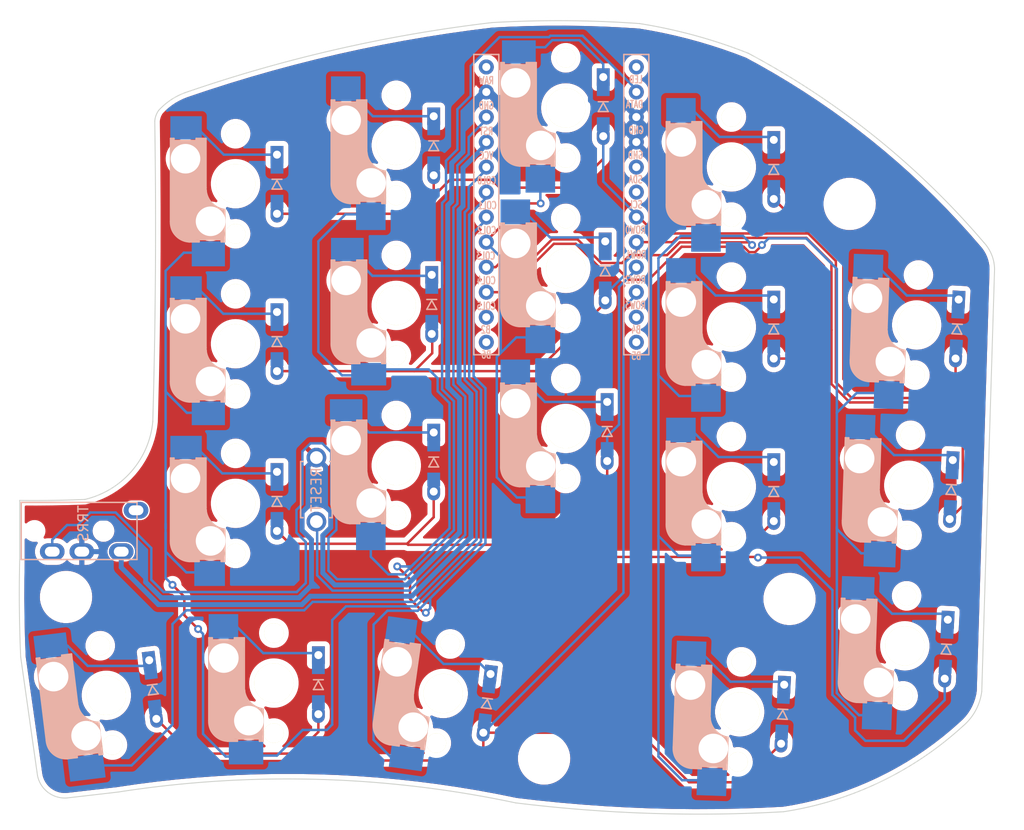
<source format=kicad_pcb>
(kicad_pcb (version 20211014) (generator pcbnew)
  (layers (0 "F.Cu" signal) (31 "B.Cu" signal) (34 "B.Paste" user) (35 "F.Paste" user) (36 "B.SilkS" user "B.Silkscreen") (37 "F.SilkS" user "F.Silkscreen") (38 "B.Mask" user) (39 "F.Mask" user) (44 "Edge.Cuts" user))
  (net 0 "")
  (net 1 "Net-(D1-Pad1)")
  (net 2 "row3")
  (net 3 "Net-(D2-Pad1)")
  (net 4 "row0")
  (net 5 "Net-(D3-Pad1)")
  (net 6 "row1")
  (net 7 "Net-(D4-Pad1)")
  (net 8 "row2")
  (net 9 "Net-(D5-Pad1)")
  (net 10 "Net-(D6-Pad1)")
  (net 11 "Net-(D7-Pad1)")
  (net 12 "Net-(D8-Pad1)")
  (net 13 "Net-(D9-Pad1)")
  (net 14 "Net-(D10-Pad1)")
  (net 15 "Net-(D11-Pad1)")
  (net 16 "Net-(D12-Pad1)")
  (net 17 "Net-(D14-Pad1)")
  (net 18 "Net-(D15-Pad1)")
  (net 19 "Net-(D16-Pad1)")
  (net 20 "Net-(D17-Pad1)")
  (net 21 "Net-(D18-Pad1)")
  (net 22 "Net-(D19-Pad1)")
  (net 23 "Net-(D13-Pad1)")
  (net 24 "VCC")
  (net 26 "data")
  (net 27 "GND")
  (net 28 "reset")
  (net 29 "col0")
  (net 30 "col1")
  (net 31 "col2")
  (net 32 "col3")
  (net 33 "col4")
  (net 34 "col5")
  (footprint "kbd:ProMicro_v2_1side" (layer "F.Cu") (at 191.7 38.078)
    (fp_text reference "U1" hide)
    (fp_text value "ProMicro" hide)
  )
  (footprint "kbd_SW:CherryMX_Hotswap_1u_Small3" (layer "F.Cu") (at 162.587199 86.140697 90)
    (fp_text reference "SW5" hide)
    (fp_text value "SW_PUSH" hide)
  )
  (footprint "kbd_SW:CherryMX_Hotswap_1u_Small3" (layer "F.Cu") (at 145.588847 87.387518 97)
    (fp_text reference "SW1" hide)
    (fp_text value "SW_PUSH" hide)
  )
  (footprint "kbd:M2_HOLE_v2" (layer "F.Cu") (at 221 37.5)
    (fp_text reference "Ref**" hide)
    (fp_text value "Val**" hide)
  )
  (footprint "kbd_SW:CherryMX_Hotswap_1u_Small3" (layer "F.Cu") (at 226.6 82.3611 88)
    (fp_text reference "SW19" hide)
    (fp_text value "SW_PUSH" hide)
  )
  (footprint "kbd_SW:CherryMX_Hotswap_1u_Small3" (layer "F.Cu") (at 208.999999 50.00318 90)
    (fp_text reference "SW14" hide)
    (fp_text value "SW_PUSH" hide)
  )
  (footprint "kbd_SW:CherryMX_Hotswap_1u_Small3" (layer "F.Cu") (at 192.2 60.3 90)
    (fp_text reference "SW12" hide)
    (fp_text value "SW_PUSH" hide)
  )
  (footprint "kbd_SW:CherryMX_Hotswap_1u_Small3" (layer "F.Cu") (at 158.699999 51.703179 90)
    (fp_text reference "SW3" hide)
    (fp_text value "SW_PUSH" hide)
  )
  (footprint "kbd_SW:CherryMX_Hotswap_1u_Small3" (layer "F.Cu") (at 179.769353 87.2 82)
    (fp_text reference "SW9" hide)
    (fp_text value "SW_PUSH" hide)
  )
  (footprint "kbd_SW:CherryMX_Hotswap_1u_Small3" (layer "F.Cu") (at 208.999999 33.753179 90)
    (fp_text reference "SW13" hide)
    (fp_text value "SW_PUSH" hide)
  )
  (footprint "kbd_SW:CherryMX_Hotswap_1u_Small3" (layer "F.Cu") (at 175 64.053179 90)
    (fp_text reference "SW8" hide)
    (fp_text value "SW_PUSH" hide)
  )
  (footprint "kbd_SW:CherryMX_Hotswap_1u_Small3" (layer "F.Cu") (at 175 47.803179 90)
    (fp_text reference "SW7" hide)
    (fp_text value "SW_PUSH" hide)
  )
  (footprint "kbd_SW:CherryMX_Hotswap_1u_Small3" (layer "F.Cu") (at 175 31.553179 90)
    (fp_text reference "SW6" hide)
    (fp_text value "SW_PUSH" hide)
  )
  (footprint "kbd_SW:CherryMX_Hotswap_1u_Small3" (layer "F.Cu") (at 158.699999 35.453179 90)
    (fp_text reference "SW2" hide)
    (fp_text value "SW_PUSH" hide)
  )
  (footprint "kbd_SW:CherryMX_Hotswap_1u_Small3" (layer "F.Cu") (at 158.699999 67.9 90)
    (fp_text reference "SW4" hide)
    (fp_text value "SW_PUSH" hide)
  )
  (footprint "kbd:M2_HOLE_v2" (layer "F.Cu") (at 141.5 77.4)
    (fp_text reference "Ref**" hide)
    (fp_text value "Val**" hide)
  )
  (footprint "kbd:M2_HOLE_v2" (layer "F.Cu") (at 214.9 77.6)
    (fp_text reference "Ref**" hide)
    (fp_text value "Val**" hide)
  )
  (footprint "kbd_SW:CherryMX_Hotswap_1u_Small3" (layer "F.Cu") (at 209.841609 89.0611 88)
    (fp_text reference "SW16" hide)
    (fp_text value "SW_PUSH" hide)
  )
  (footprint "kbd_SW:CherryMX_Hotswap_1u_Small3" (layer "F.Cu") (at 208.999999 66.2 90)
    (fp_text reference "SW15" hide)
    (fp_text value "SW_PUSH" hide)
  )
  (footprint "kbd_SW:CherryMX_Hotswap_1u_Small3" (layer "F.Cu") (at 192.2 27.753179 90)
    (fp_text reference "SW10" hide)
    (fp_text value "SW_PUSH" hide)
  )
  (footprint "kbd:M2_HOLE_v2" (layer "F.Cu") (at 190 93.8)
    (fp_text reference "Ref**" hide)
    (fp_text value "Val**" hide)
  )
  (footprint "kbd_SW:CherryMX_Hotswap_1u_Small3" (layer "F.Cu") (at 192.2 44.05 90)
    (fp_text reference "SW11" hide)
    (fp_text value "SW_PUSH" hide)
  )
  (footprint "kbd_SW:CherryMX_Hotswap_1u_Small3" (layer "F.Cu") (at 227.8 49.791443 88)
    (fp_text reference "SW17" hide)
    (fp_text value "SW_PUSH" hide)
  )
  (footprint "kbd_SW:CherryMX_Hotswap_1u_Small3" (layer "F.Cu") (at 227 66.0611 88)
    (fp_text reference "SW18" hide)
    (fp_text value "SW_PUSH" hide)
  )
  (footprint "kbd:D3_TH_SMD_v2" (layer "B.Cu") (at 167.1 86.3 -90)
    (fp_text reference "D5" hide)
    (fp_text value "DIODE" hide)
  )
  (footprint "kbd:D3_TH_SMD_v2" (layer "B.Cu") (at 162.9 51.475 -90)
    (fp_text reference "D3" hide)
    (fp_text value "DIODE" hide)
  )
  (footprint "kbd:D3_TH_SMD_v2" (layer "B.Cu") (at 213.3 50.2 -90)
    (fp_text reference "D14" hide)
    (fp_text value "DIODE" hide)
  )
  (footprint "kbd:D3_TH_SMD_v2" (layer "B.Cu") (at 184.2 88.2 -97)
    (fp_text reference "D9" hide)
    (fp_text value "DIODE" hide)
  )
  (footprint "kbd:D3_TH_SMD_v2" (layer "B.Cu") (at 150.3 86.8 -83)
    (fp_text reference "D1" hide)
    (fp_text value "DIODE" hide)
  )
  (footprint "kbd:D3_TH_SMD_v2" (layer "B.Cu") (at 213.3 66.7 -90)
    (fp_text reference "D15" hide)
    (fp_text value "DIODE" hide)
  )
  (footprint "kbd:D3_TH_SMD_v2" (layer "B.Cu") (at 231.9 50.2 -93)
    (fp_text reference "D17" hide)
    (fp_text value "DIODE" hide)
  )
  (footprint "kbd:D3_TH_SMD_v2" (layer "B.Cu") (at 231.3 66.5 -93)
    (fp_text reference "D18" hide)
    (fp_text value "DIODE" hide)
  )
  (footprint "kbd:D3_TH_SMD_v2" (layer "B.Cu") (at 162.9 67.7 -90)
    (fp_text reference "D4" hide)
    (fp_text value "DIODE" hide)
  )
  (footprint "kbd:ResetSW_1side" (layer "B.Cu") (at 166.9 66.5 -90)
    (fp_text reference "SW20" hide)
    (fp_text value "RESET_SW")
  )
  (footprint "kbd:D3_TH_SMD_v2" (layer "B.Cu") (at 214.2 89.3 -93)
    (fp_text reference "D16" hide)
    (fp_text value "DIODE" hide)
  )
  (footprint "kbd:D3_TH_SMD_v2" (layer "B.Cu") (at 178.6 47.7 -90)
    (fp_text reference "D7" hide)
    (fp_text value "DIODE" hide)
  )
  (footprint "kbd:D3_TH_SMD_v2" (layer "B.Cu") (at 196 27.625 -90)
    (fp_text reference "D10" hide)
    (fp_text value "DIODE" hide)
  )
  (footprint "kbd:D3_TH_SMD_v2" (layer "B.Cu") (at 196.4 60.6 -90)
    (fp_text reference "D12" hide)
    (fp_text value "DIODE" hide)
  )
  (footprint "kbd:D3_TH_SMD_v2" (layer "B.Cu") (at 230.8 82.7 -93)
    (fp_text reference "D19" hide)
    (fp_text value "DIODE" hide)
  )
  (footprint "kbd:D3_TH_SMD_v2" (layer "B.Cu") (at 178.8 31.6 -90)
    (fp_text reference "D6" hide)
    (fp_text value "DIODE" hide)
  )
  (footprint "kbd:MJ-4PP-9_1side" (layer "B.Cu") (at 136.8 70.7 -90)
    (fp_text reference "J1")
    (fp_text value "TRRS_MJ-4PP-9" hide)
  )
  (footprint "kbd:D3_TH_SMD_v2" (layer "B.Cu") (at 213.3 34 -90)
    (fp_text reference "D13" hide)
    (fp_text value "DIODE" hide)
  )
  (footprint "kbd:D3_TH_SMD_v2" (layer "B.Cu") (at 162.9 35.5 -90)
    (fp_text reference "D2" hide)
    (fp_text value "DIODE" hide)
  )
  (footprint "kbd:D3_TH_SMD_v2" (layer "B.Cu") (at 196.2 44.3 -90)
    (fp_text reference "D11" hide)
    (fp_text value "DIODE" hide)
  )
  (footprint "kbd:D3_TH_SMD_v2" (layer "B.Cu") (at 178.8 63.7 -90)
    (fp_text reference "D8" hide)
    (fp_text value "DIODE" hide)
  )
  (gr_arc (start 150.9 28) (mid 152.141622 26.937433) (end 153.6 26.2) (layer "Edge.Cuts") (width 0.1))
  (gr_arc (start 199.7 19.194711) (mid 205.282107 20.396826) (end 210.7 22.2) (layer "Edge.Cuts") (width 0.1))
  (gr_line (start 136.8 67.6) (end 136.8 73.6) (layer "Edge.Cuts") (width 0.1))
  (gr_arc (start 150.5 29.1) (mid 150.625726 28.522991) (end 150.9 28) (layer "Edge.Cuts") (width 0.1))
  (gr_arc (start 214.3 99.2) (mid 200.679748 99.362058) (end 187.1 98.3) (layer "Edge.Cuts") (width 0.1))
  (gr_arc (start 143.4 67.5) (mid 140.100689 67.595453) (end 136.8 67.6) (layer "Edge.Cuts") (width 0.1))
  (gr_arc (start 150.5 29.1) (mid 150.568314 44.351104) (end 150.3 59.6) (layer "Edge.Cuts") (width 0.1))
  (gr_arc (start 232.5 90.5) (mid 224.046976 96.203445) (end 214.3 99.2) (layer "Edge.Cuts") (width 0.1))
  (gr_arc (start 150.3 59.6) (mid 148.124904 64.663524) (end 143.4 67.5) (layer "Edge.Cuts") (width 0.1))
  (gr_arc (start 234.6 41.4) (mid 235.399521 42.648339) (end 235.7 44.1) (layer "Edge.Cuts") (width 0.1))
  (gr_line (start 136.9 83.5) (end 138.6 95.5) (layer "Edge.Cuts") (width 0.1))
  (gr_arc (start 136.9 83.5) (mid 136.76493 78.550859) (end 136.8 73.6) (layer "Edge.Cuts") (width 0.1))
  (gr_arc (start 141.6 97.8) (mid 139.659077 97.225117) (end 138.6 95.5) (layer "Edge.Cuts") (width 0.1))
  (gr_line (start 234.4 87) (end 235.7 44.1) (layer "Edge.Cuts") (width 0.1))
  (gr_arc (start 234.4 87) (mid 233.776976 88.927501) (end 232.5 90.5) (layer "Edge.Cuts") (width 0.1))
  (gr_arc (start 184.7 19.094711) (mid 192.201631 18.9) (end 199.7 19.194711) (layer "Edge.Cuts") (width 0.1))
  (gr_arc (start 210.7 22.2) (mid 223.554878 30.673616) (end 234.6 41.4) (layer "Edge.Cuts") (width 0.1))
  (gr_line (start 141.6 97.8) (end 146.8 97.2) (layer "Edge.Cuts") (width 0.1))
  (gr_arc (start 146.8 97.2) (mid 167.000138 95.913118) (end 187.1 98.3) (layer "Edge.Cuts") (width 0.1))
  (gr_arc (start 153.6 26.2) (mid 168.958287 21.808222) (end 184.7 19.094711) (layer "Edge.Cuts") (width 0.1))
  (segment (start 139.812355 82.353976) (end 141.653976 82.353976) (width 0.25) (layer "B.Cu") (net 1))
  (segment (start 149.356754 84.4) (end 149.934392 83.822362) (width 0.25) (layer "B.Cu") (net 1))
  (segment (start 141.653976 82.353976) (end 143.7 84.4) (width 0.25) (layer "B.Cu") (net 1))
  (segment (start 143.7 84.4) (end 149.356754 84.4) (width 0.25) (layer "B.Cu") (net 1))
  (segment (start 164.9 93.3) (end 167.1 91.1) (width 0.25) (layer "F.Cu") (net 2))
  (segment (start 183.834392 92.665608) (end 182.5 94) (width 0.25) (layer "F.Cu") (net 2))
  (segment (start 150.665608 89.777638) (end 154.18797 93.3) (width 0.25) (layer "F.Cu") (net 2))
  (segment (start 204.708436 96.208436) (end 199.677638 91.177638) (width 0.25) (layer "F.Cu") (net 2))
  (segment (start 167.1 91.1) (end 167.1 89.3) (width 0.25) (layer "F.Cu") (net 2))
  (segment (start 182.5 94) (end 165.6 94) (width 0.25) (layer "F.Cu") (net 2))
  (segment (start 210.130445 96.208436) (end 204.708436 96.208436) (width 0.25) (layer "F.Cu") (net 2))
  (segment (start 199.677638 91.177638) (end 183.834392 91.177638) (width 0.25) (layer "F.Cu") (net 2))
  (segment (start 165.6 94) (end 164.9 93.3) (width 0.25) (layer "F.Cu") (net 2))
  (segment (start 154.18797 93.3) (end 164.9 93.3) (width 0.25) (layer "F.Cu") (net 2))
  (segment (start 183.834392 91.177638) (end 183.834392 92.665608) (width 0.25) (layer "F.Cu") (net 2))
  (segment (start 214.042992 92.295889) (end 210.130445 96.208436) (width 0.25) (layer "F.Cu") (net 2))
  (segment (start 199.6114 46.46) (end 198.05 48.0214) (width 0.25) (layer "B.Cu") (net 2))
  (segment (start 198.05 76.96203) (end 183.834392 91.177638) (width 0.25) (layer "B.Cu") (net 2))
  (segment (start 198.05 48.0214) (end 198.05 76.96203) (width 0.25) (layer "B.Cu") (net 2))
  (segment (start 154.753179 29.753179) (end 153.579999 29.753179) (width 0.25) (layer "B.Cu") (net 3))
  (segment (start 162.9 32.5) (end 157.5 32.5) (width 0.25) (layer "B.Cu") (net 3))
  (segment (start 157.5 32.5) (end 154.753179 29.753179) (width 0.25) (layer "B.Cu") (net 3))
  (segment (start 219.6 43.3) (end 216.8 40.5) (width 0.25) (layer "F.Cu") (net 4))
  (segment (start 216.8 40.5) (end 213.3 37) (width 0.25) (layer "F.Cu") (net 4))
  (segment (start 231.742992 53.195889) (end 231.742992 55.457008) (width 0.25) (layer "F.Cu") (net 4))
  (segment (start 193.072268 35.85) (end 185.5 35.85) (width 0.25) (layer "F.Cu") (net 4))
  (segment (start 196 30.625) (end 196 32.922268) (width 0.25) (layer "F.Cu") (net 4))
  (segment (start 180.45 35.05) (end 177.9 37.6) (width 0.25) (layer "F.Cu") (net 4))
  (segment (start 185.5 35.85) (end 184.7 35.05) (width 0.25) (layer "F.Cu") (net 4))
  (segment (start 199.6114 38.84) (end 201.2714 40.5) (width 0.25) (layer "F.Cu") (net 4))
  (segment (start 230 57.2) (end 221.2 57.2) (width 0.25) (layer "F.Cu") (net 4))
  (segment (start 184.7 35.05) (end 180.45 35.05) (width 0.25) (layer "F.Cu") (net 4))
  (segment (start 177.9 37.6) (end 178.8 36.7) (width 0.25) (layer "F.Cu") (net 4))
  (segment (start 178.8 36.7) (end 178.8 34.6) (width 0.25) (layer "F.Cu") (net 4))
  (segment (start 162.9 38.5) (end 177 38.5) (width 0.25) (layer "F.Cu") (net 4))
  (segment (start 219.6 55.6) (end 219.6 43.3) (width 0.25) (layer "F.Cu") (net 4))
  (segment (start 231.742992 55.457008) (end 230 57.2) (width 0.25) (layer "F.Cu") (net 4))
  (segment (start 177 38.5) (end 177.9 37.6) (width 0.25) (layer "F.Cu") (net 4))
  (segment (start 221.2 57.2) (end 219.6 55.6) (width 0.25) (layer "F.Cu") (net 4))
  (segment (start 196 32.922268) (end 193.072268 35.85) (width 0.25) (layer "F.Cu") (net 4))
  (segment (start 201.2714 40.5) (end 216.8 40.5) (width 0.25) (layer "F.Cu") (net 4))
  (segment (start 196 35.2286) (end 199.6114 38.84) (width 0.25) (layer "B.Cu") (net 4))
  (segment (start 196 30.625) (end 196 35.2286) (width 0.25) (layer "B.Cu") (net 4))
  (segment (start 162.9 37.275) (end 162.9 38.5) (width 0.25) (layer "B.Cu") (net 4))
  (segment (start 162.9 48.475) (end 162.725 48.65) (width 0.25) (layer "B.Cu") (net 5))
  (segment (start 157.45 48.65) (end 154.803179 46.003179) (width 0.25) (layer "B.Cu") (net 5))
  (segment (start 162.725 48.65) (end 157.45 48.65) (width 0.25) (layer "B.Cu") (net 5))
  (segment (start 154.803179 46.003179) (end 153.579999 46.003179) (width 0.25) (layer "B.Cu") (net 5))
  (segment (start 196.2 47.539) (end 189.264 54.475) (width 0.25) (layer "F.Cu") (net 6))
  (segment (start 213.3 53.2) (end 216.25 53.2) (width 0.25) (layer "F.Cu") (net 6))
  (segment (start 219.15 43.486396) (end 216.613604 40.95) (width 0.25) (layer "F.Cu") (net 6))
  (segment (start 221.013604 57.65) (end 219.15 55.786396) (width 0.25) (layer "F.Cu") (net 6))
  (segment (start 189.264 54.475) (end 176.825 54.475) (width 0.25) (layer "F.Cu") (net 6))
  (segment (start 196.2 47.3) (end 196.2 47.539) (width 0.25) (layer "F.Cu") (net 6))
  (segment (start 232.477644 61.477644) (end 228.65 57.65) (width 0.25) (layer "F.Cu") (net 6))
  (segment (start 178.65 52.65) (end 178.65 50.85) (width 0.25) (layer "F.Cu") (net 6))
  (segment (start 203.02 41.38) (end 199.6114 41.38) (width 0.25) (layer "F.Cu") (net 6))
  (segment (start 203.45 40.95) (end 203.02 41.38) (width 0.25) (layer "F.Cu") (net 6))
  (segment (start 231.142992 69.495889) (end 232.477644 68.161237) (width 0.25) (layer "F.Cu") (net 6))
  (segment (start 176.825 54.475) (end 178.65 52.65) (width 0.25) (layer "F.Cu") (net 6))
  (segment (start 228.65 57.65) (end 221.013604 57.65) (width 0.25) (layer "F.Cu") (net 6))
  (segment (start 232.477644 68.161237) (end 232.477644 61.477644) (width 0.25) (layer "F.Cu") (net 6))
  (segment (start 162.9 54.475) (end 176.825 54.475) (width 0.25) (layer "F.Cu") (net 6))
  (segment (start 178.65 50.85) (end 178.8 50.7) (width 0.25) (layer "F.Cu") (net 6))
  (segment (start 216.613604 40.95) (end 203.45 40.95) (width 0.25) (layer "F.Cu") (net 6))
  (segment (start 216.25 53.2) (end 219.15 50.3) (width 0.25) (layer "F.Cu") (net 6))
  (segment (start 219.15 50.3) (end 219.15 43.486396) (width 0.25) (layer "F.Cu") (net 6))
  (segment (start 219.15 55.786396) (end 219.15 50.3) (width 0.25) (layer "F.Cu") (net 6))
  (segment (start 199.6114 42.0386) (end 198.25 43.4) (width 0.25) (layer "B.Cu") (net 6))
  (segment (start 199.6114 41.38) (end 199.6114 42.0386) (width 0.25) (layer "B.Cu") (net 6))
  (segment (start 198.25 44.645004) (end 196.2 46.695004) (width 0.25) (layer "B.Cu") (net 6))
  (segment (start 196.2 46.695004) (end 196.2 47.3) (width 0.25) (layer "B.Cu") (net 6))
  (segment (start 198.25 43.4) (end 198.25 44.645004) (width 0.25) (layer "B.Cu") (net 6))
  (segment (start 154.7 62.2) (end 153.579999 62.2) (width 0.25) (layer "B.Cu") (net 7))
  (segment (start 162.75 64.85) (end 157.35 64.85) (width 0.25) (layer "B.Cu") (net 7))
  (segment (start 157.35 64.85) (end 154.7 62.2) (width 0.25) (layer "B.Cu") (net 7))
  (segment (start 162.9 64.7) (end 162.75 64.85) (width 0.25) (layer "B.Cu") (net 7))
  (segment (start 211.636982 73.336982) (end 211.7 73.4) (width 0.25) (layer "F.Cu") (net 8))
  (segment (start 209.9 73.1) (end 209.8 73.2) (width 0.25) (layer "F.Cu") (net 8))
  (segment (start 162.9 70.7) (end 164.2 72) (width 0.25) (layer "F.Cu") (net 8))
  (segment (start 189.3 72.1) (end 176.2 72.1) (width 0.25) (layer "F.Cu") (net 8))
  (segment (start 164.2 72) (end 176.1 72) (width 0.25) (layer "F.Cu") (net 8))
  (segment (start 209.663018 73.336982) (end 190.536982 73.336982) (width 0.25) (layer "F.Cu") (net 8))
  (segment (start 196.4 65) (end 189.3 72.1) (width 0.25) (layer "F.Cu") (net 8))
  (segment (start 209.8 73.2) (end 209.663018 73.336982) (width 0.25) (layer "F.Cu") (net 8))
  (segment (start 176.2 72.1) (end 176.1 72) (width 0.25) (layer "F.Cu") (net 8))
  (segment (start 178.8 69.3) (end 178.8 66.7) (width 0.25) (layer "F.Cu") (net 8))
  (segment (start 196.4 63.6) (end 196.4 65) (width 0.25) (layer "F.Cu") (net 8))
  (segment (start 190.536982 73.336982) (end 189.3 72.1) (width 0.25) (layer "F.Cu") (net 8))
  (segment (start 209.663018 73.336982) (end 211.636982 73.336982) (width 0.25) (layer "F.Cu") (net 8))
  (segment (start 176.1 72) (end 178.8 69.3) (width 0.25) (layer "F.Cu") (net 8))
  (segment (start 213.3 69.7) (end 209.8 73.2) (width 0.25) (layer "F.Cu") (net 8))
  (via (at 211.7 73.4) (size 0.8) (drill 0.4) (layers "F.Cu" "B.Cu") (net 8))
  (segment (start 215.946206 73.4) (end 219.25 76.703794) (width 0.25) (layer "B.Cu") (net 8))
  (segment (start 221.55 89.636396) (end 221.55 90.95) (width 0.25) (layer "B.Cu") (net 8))
  (segment (start 197.6 59.9) (end 196.4 61.1) (width 0.25) (layer "B.Cu") (net 8))
  (segment (start 219.25 87.336396) (end 221.55 89.636396) (width 0.25) (layer "B.Cu") (net 8))
  (segment (start 196.4 61.1) (end 196.4 63.6) (width 0.25) (layer "B.Cu") (net 8))
  (segment (start 199.6114 43.92) (end 197.6 45.9314) (width 0.25) (layer "B.Cu") (net 8))
  (segment (start 211.7 73.4) (end 215.946206 73.4) (width 0.25) (layer "B.Cu") (net 8))
  (segment (start 221.55 90.95) (end 222.6 92) (width 0.25) (layer "B.Cu") (net 8))
  (segment (start 230.642992 87.857008) (end 230.642992 85.695889) (width 0.25) (layer "B.Cu") (net 8))
  (segment (start 226.5 92) (end 230.642992 87.857008) (width 0.25) (layer "B.Cu") (net 8))
  (segment (start 219.25 76.703794) (end 219.25 87.336396) (width 0.25) (layer "B.Cu") (net 8))
  (segment (start 222.6 92) (end 226.5 92) (width 0.25) (layer "B.Cu") (net 8))
  (segment (start 197.6 45.9314) (end 197.6 59.9) (width 0.25) (layer "B.Cu") (net 8))
  (segment (start 166.9 83.1) (end 167.1 83.3) (width 0.25) (layer "B.Cu") (net 9))
  (segment (start 161.5 83.1) (end 166.9 83.1) (width 0.25) (layer "B.Cu") (net 9))
  (segment (start 158.840697 80.440697) (end 161.5 83.1) (width 0.25) (layer "B.Cu") (net 9))
  (segment (start 157.467199 80.440697) (end 158.840697 80.440697) (width 0.25) (layer "B.Cu") (net 9))
  (segment (start 179.3 28.6) (end 172.626821 28.6) (width 0.25) (layer "B.Cu") (net 10))
  (segment (start 172.626821 28.6) (end 169.88 25.853179) (width 0.25) (layer "B.Cu") (net 10))
  (segment (start 179.1 44.8) (end 172.576821 44.8) (width 0.25) (layer "B.Cu") (net 11))
  (segment (start 172.576821 44.8) (end 169.88 42.103179) (width 0.25) (layer "B.Cu") (net 11))
  (segment (start 172.226821 60.7) (end 178.8 60.7) (width 0.25) (layer "B.Cu") (net 12))
  (segment (start 169.88 58.353179) (end 172.226821 60.7) (width 0.25) (layer "B.Cu") (net 12))
  (segment (start 176.442906 80.842906) (end 175.492467 80.842906) (width 0.25) (layer "B.Cu") (net 13))
  (segment (start 183.543246 84.2) (end 179.8 84.2) (width 0.25) (layer "B.Cu") (net 13))
  (segment (start 184.565608 85.222362) (end 183.543246 84.2) (width 0.25) (layer "B.Cu") (net 13))
  (segment (start 179.8 84.2) (end 176.442906 80.842906) (width 0.25) (layer "B.Cu") (net 13))
  (segment (start 196 23.3) (end 196 24.625) (width 0.25) (layer "B.Cu") (net 14))
  (segment (start 193.578179 20.878179) (end 196 23.3) (width 0.25) (layer "B.Cu") (net 14))
  (segment (start 187.08 22.053179) (end 187.533179 21.6) (width 0.25) (layer "B.Cu") (net 14))
  (segment (start 190.103178 21.6) (end 190.824999 20.878179) (width 0.25) (layer "B.Cu") (net 14))
  (segment (start 190.824999 20.878179) (end 193.578179 20.878179) (width 0.25) (layer "B.Cu") (net 14))
  (segment (start 187.533179 21.6) (end 190.103178 21.6) (width 0.25) (layer "B.Cu") (net 14))
  (segment (start 188.05 38.35) (end 190.6 40.9) (width 0.25) (layer "B.Cu") (net 15))
  (segment (start 187.08 38.35) (end 188.05 38.35) (width 0.25) (layer "B.Cu") (net 15))
  (segment (start 195.8 40.9) (end 196.2 41.3) (width 0.25) (layer "B.Cu") (net 15))
  (segment (start 190.6 40.9) (end 195.8 40.9) (width 0.25) (layer "B.Cu") (net 15))
  (segment (start 187.08 54.6) (end 190.08 57.6) (width 0.25) (layer "B.Cu") (net 16))
  (segment (start 190.08 57.6) (end 196.4 57.6) (width 0.25) (layer "B.Cu") (net 16))
  (segment (start 204.90318 44.30318) (end 207.4 46.8) (width 0.25) (layer "B.Cu") (net 17))
  (segment (start 212.9 46.8) (end 213.3 47.2) (width 0.25) (layer "B.Cu") (net 17))
  (segment (start 207.4 46.8) (end 212.9 46.8) (width 0.25) (layer "B.Cu") (net 17))
  (segment (start 203.879999 44.30318) (end 204.90318 44.30318) (width 0.25) (layer "B.Cu") (net 17))
  (segment (start 203.879999 60.5) (end 205 60.5) (width 0.25) (layer "B.Cu") (net 18))
  (segment (start 205 60.5) (end 207.7 63.2) (width 0.25) (layer "B.Cu") (net 18))
  (segment (start 212.8 63.2) (end 213.3 63.7) (width 0.25) (layer "B.Cu") (net 18))
  (segment (start 207.7 63.2) (end 212.8 63.2) (width 0.25) (layer "B.Cu") (net 18))
  (segment (start 206.085887 83.185887) (end 208.9 86) (width 0.25) (layer "B.Cu") (net 19))
  (segment (start 208.9 86) (end 214.052897 86) (width 0.25) (layer "B.Cu") (net 19))
  (segment (start 214.052897 86) (end 214.357008 86.304111) (width 0.25) (layer "B.Cu") (net 19))
  (segment (start 204.923655 83.185887) (end 206.085887 83.185887) (width 0.25) (layer "B.Cu") (net 19))
  (segment (start 222.882046 43.91623) (end 223.91623 43.91623) (width 0.25) (layer "B.Cu") (net 20))
  (segment (start 226.8 46.8) (end 231.652897 46.8) (width 0.25) (layer "B.Cu") (net 20))
  (segment (start 231.652897 46.8) (end 232.057008 47.204111) (width 0.25) (layer "B.Cu") (net 20))
  (segment (start 223.91623 43.91623) (end 226.8 46.8) (width 0.25) (layer "B.Cu") (net 20))
  (segment (start 222.685887 60.185887) (end 225.5 63) (width 0.25) (layer "B.Cu") (net 21))
  (segment (start 230.952897 63) (end 231.457008 63.504111) (width 0.25) (layer "B.Cu") (net 21))
  (segment (start 222.082046 60.185887) (end 222.685887 60.185887) (width 0.25) (layer "B.Cu") (net 21))
  (segment (start 225.5 63) (end 230.952897 63) (width 0.25) (layer "B.Cu") (net 21))
  (segment (start 222.685887 76.485887) (end 225.3 79.1) (width 0.25) (layer "B.Cu") (net 22))
  (segment (start 225.3 79.1) (end 230.352897 79.1) (width 0.25) (layer "B.Cu") (net 22))
  (segment (start 221.682046 76.485887) (end 222.685887 76.485887) (width 0.25) (layer "B.Cu") (net 22))
  (segment (start 230.352897 79.1) (end 230.957008 79.704111) (width 0.25) (layer "B.Cu") (net 22))
  (segment (start 205.153179 28.053179) (end 207.8 30.7) (width 0.25) (layer "B.Cu") (net 23))
  (segment (start 207.8 30.7) (end 213 30.7) (width 0.25) (layer "B.Cu") (net 23))
  (segment (start 203.879999 28.053179) (end 205.153179 28.053179) (width 0.25) (layer "B.Cu") (net 23))
  (segment (start 213 30.7) (end 213.3 31) (width 0.25) (layer "B.Cu") (net 23))
  (segment (start 165.428122 78.175) (end 166.278122 77.325) (width 0.5) (layer "B.Cu") (net 24))
  (segment (start 166.278122 77.325) (end 176.575001 77.325) (width 0.5) (layer "B.Cu") (net 24))
  (segment (start 181.775 37.714516) (end 181.775 33.8364) (width 0.5) (layer "B.Cu") (net 24))
  (segment (start 147.1 74.403122) (end 150.871878 78.175) (width 0.5) (layer "B.Cu") (net 24))
  (segment (start 182.575 56.810963) (end 181.375 55.610963) (width 0.5) (layer "B.Cu") (net 24))
  (segment (start 182.575 71.325001) (end 182.575 56.810963) (width 0.5) (layer "B.Cu") (net 24))
  (segment (start 181.775 33.8364) (end 184.3914 31.22) (width 0.5) (layer "B.Cu") (net 24))
  (segment (start 181.375 55.610963) (end 181.375 38.114516) (width 0.5) (layer "B.Cu") (net 24))
  (segment (start 147.1 72.8) (end 147.1 74.403122) (width 0.5) (layer "B.Cu") (net 24))
  (segment (start 181.375 38.114516) (end 181.775 37.714516) (width 0.5) (layer "B.Cu") (net 24))
  (segment (start 176.575001 77.325) (end 182.575 71.325001) (width 0.5) (layer "B.Cu") (net 24))
  (segment (start 150.871878 78.175) (end 165.428122 78.175) (width 0.5) (layer "B.Cu") (net 24))
  (segment (start 168.4 67.986828) (end 168.925 68.511828) (width 0.25) (layer "B.Cu") (net 26))
  (segment (start 168.925 70.588782) (end 168.125 71.388782) (width 0.25) (layer "B.Cu") (net 26))
  (segment (start 141.6 70.1) (end 142.682661 70.1) (width 0.25) (layer "B.Cu") (net 26))
  (segment (start 169 75.6) (end 175.860484 75.6) (width 0.25) (layer "B.Cu") (net 26))
  (segment (start 179.65 56.325482) (end 179.65 37.4) (width 0.25) (layer "B.Cu") (net 26))
  (segment (start 180.85 57.525482) (end 179.65 56.325482) (width 0.25) (layer "B.Cu") (net 26))
  (segment (start 165.825 75.975) (end 165.825 71.825) (width 0.25) (layer "B.Cu") (net 26))
  (segment (start 146.538173 68.825) (end 150.15 72.436827) (width 0.25) (layer "B.Cu") (net 26))
  (segment (start 193.899579 20.428179) (end 199.6114 26.14) (width 0.25) (layer "B.Cu") (net 26))
  (segment (start 164.875 70.875) (end 164.875 68.561828) (width 0.25) (layer "B.Cu") (net 26))
  (segment (start 180.05 33.121884) (end 181.2 31.971884) (width 0.25) (layer "B.Cu") (net 26))
  (segment (start 168.925 68.511828) (end 168.925 70.588782) (width 0.25) (layer "B.Cu") (net 26))
  (segment (start 165.475 62.625) (end 166.3 61.8) (width 0.25) (layer "B.Cu") (net 26))
  (segment (start 167.5 61.8) (end 168.4 62.7) (width 0.25) (layer "B.Cu") (net 26))
  (segment (start 180.05 37) (end 180.05 33.121884) (width 0.25) (layer "B.Cu") (net 26))
  (segment (start 168.125 74.725) (end 169 75.6) (width 0.25) (layer "B.Cu") (net 26))
  (segment (start 143.957662 68.825) (end 146.538173 68.825) (width 0.25) (layer "B.Cu") (net 26))
  (segment (start 165.475 67.961828) (end 165.475 62.625) (width 0.25) (layer "B.Cu") (net 26))
  (segment (start 164.9 76.9) (end 165.825 75.975) (width 0.25) (layer "B.Cu") (net 26))
  (segment (start 140.1 72.8) (end 140.1 71.6) (width 0.25) (layer "B.Cu") (net 26))
  (segment (start 150.15 75.65) (end 151.4 76.9) (width 0.25) (layer "B.Cu") (net 26))
  (segment (start 185.479821 20.570179) (end 190.496603 20.570179) (width 0.25) (layer "B.Cu") (net 26))
  (segment (start 179.65 37.4) (end 180.05 37) (width 0.25) (layer "B.Cu") (net 26))
  (segment (start 182.55 23.5) (end 185.479821 20.570179) (width 0.25) (layer "B.Cu") (net 26))
  (segment (start 182.55 26.536828) (end 182.55 23.5) (width 0.25) (layer "B.Cu") (net 26))
  (segment (start 164.875 68.561828) (end 165.475 67.961828) (width 0.25) (layer "B.Cu") (net 26))
  (segment (start 140.1 71.6) (end 141.6 70.1) (width 0.25) (layer "B.Cu") (net 26))
  (segment (start 165.825 71.825) (end 164.875 70.875) (width 0.25) (layer "B.Cu") (net 26))
  (segment (start 166.3 61.8) (end 167.5 61.8) (width 0.25) (layer "B.Cu") (net 26))
  (segment (start 190.496603 20.570179) (end 190.638603 20.428179) (width 0.25) (layer "B.Cu") (net 26))
  (segment (start 168.4 62.7) (end 168.4 67.986828) (width 0.25) (layer "B.Cu") (net 26))
  (segment (start 181.2 27.886828) (end 182.55 26.536828) (width 0.25) (layer "B.Cu") (net 26))
  (segment (start 151.4 76.9) (end 164.9 76.9) (width 0.25) (layer "B.Cu") (net 26))
  (segment (start 175.860484 75.6) (end 180.85 70.610484) (width 0.25) (layer "B.Cu") (net 26))
  (segment (start 150.15 72.436827) (end 150.15 75.65) (width 0.25) (layer "B.Cu") (net 26))
  (segment (start 181.2 31.971884) (end 181.2 27.886828) (width 0.25) (layer "B.Cu") (net 26))
  (segment (start 168.125 71.388782) (end 168.125 74.725) (width 0.25) (layer "B.Cu") (net 26))
  (segment (start 180.85 70.610484) (end 180.85 57.525482) (width 0.25) (layer "B.Cu") (net 26))
  (segment (start 190.638603 20.428179) (end 193.899579 20.428179) (width 0.25) (layer "B.Cu") (net 26))
  (segment (start 142.682661 70.1) (end 143.957662 68.825) (width 0.25) (layer "B.Cu") (net 26))
  (segment (start 194.7 25.95) (end 193.55 24.8) (width 0.5) (layer "B.Cu") (net 27))
  (segment (start 165.45 68.8) (end 165.45 70.636828) (width 0.5) (layer "B.Cu") (net 27))
  (segment (start 181.775 32.210057) (end 180.625 33.360056) (width 0.5) (layer "B.Cu") (net 27))
  (segment (start 180.225 56.087309) (end 181.425 57.287309) (width 0.5) (layer "B.Cu") (net 27))
  (segment (start 181.425 70.848657) (end 176.098656 76.175) (width 0.5) (layer "B.Cu") (net 27))
  (segment (start 166.4 71.586828) (end 166.4 76.213172) (width 0.5) (layer "B.Cu") (net 27))
  (segment (start 166.05 68.2) (end 165.45 68.8) (width 0.5) (layer "B.Cu") (net 27))
  (segment (start 180.225 37.638172) (end 180.225 56.087309) (width 0.5) (layer "B.Cu") (net 27))
  (segment (start 151.161828 77.475) (end 149.575 75.888172) (width 0.5) (layer "B.Cu") (net 27))
  (segment (start 188.35 27.3) (end 185.8 27.3) (width 0.5) (layer "B.Cu") (net 27))
  (segment (start 181.775 28.125) (end 181.775 32.210057) (width 0.5) (layer "B.Cu") (net 27))
  (segment (start 193.55 24.8) (end 190.85 24.8) (width 0.5) (layer "B.Cu") (net 27))
  (segment (start 181.425 57.287309) (end 181.425 70.848657) (width 0.5) (layer "B.Cu") (net 27))
  (segment (start 180.625 37.238172) (end 180.225 37.638172) (width 0.5) (layer "B.Cu") (net 27))
  (segment (start 180.625 33.360056) (end 180.625 37.238172) (width 0.5) (layer "B.Cu") (net 27))
  (segment (start 165.45 70.636828) (end 166.4 71.586828) (width 0.5) (layer "B.Cu") (net 27))
  (segment (start 167.825 64.175) (end 166.9 63.25) (width 0.5) (layer "B.Cu") (net 27))
  (segment (start 194.7 27) (end 194.7 25.95) (width 0.5) (layer "B.Cu") (net 27))
  (segment (start 198.6314 27.7) (end 195.4 27.7) (width 0.5) (layer "B.Cu") (net 27))
  (segment (start 149.575 72.675) (end 146.3 69.4) (width 0.5) (layer "B.Cu") (net 27))
  (segment (start 167.825 68.225) (end 167.825 64.175) (width 0.5) (layer "B.Cu") (net 27))
  (segment (start 166.4 76.213172) (end 165.138172 77.475) (width 0.5) (layer "B.Cu") (net 27))
  (segment (start 185.8 27.3) (end 184.2 25.7) (width 0.5) (layer "B.Cu") (net 27))
  (segment (start 195.4 27.7) (end 194.7 27) (width 0.5) (layer "B.Cu") (net 27))
  (segment (start 199.6114 31.22) (end 199.6114 28.68) (width 0.5) (layer "B.Cu") (net 27))
  (segment (start 165.138172 77.475) (end 151.161828 77.475) (width 0.5) (layer "B.Cu") (net 27))
  (segment (start 190.85 24.8) (end 188.35 27.3) (width 0.5) (layer "B.Cu") (net 27))
  (segment (start 176.098656 76.175) (end 168.761828 76.175) (width 0.5) (layer "B.Cu") (net 27))
  (segment (start 144.195834 69.4) (end 143.1 70.495834) (width 0.5) (layer "B.Cu") (net 27))
  (segment (start 149.575 75.888172) (end 149.575 72.675) (width 0.5) (layer "B.Cu") (net 27))
  (segment (start 166.9 63.25) (end 166.05 64.1) (width 0.5) (layer "B.Cu") (net 27))
  (segment (start 167.55 74.963172) (end 167.55 71.15061) (width 0.5) (layer "B.Cu") (net 27))
  (segment (start 146.3 69.4) (end 144.195834 69.4) (width 0.5) (layer "B.Cu") (net 27))
  (segment (start 168.35 70.35061) (end 168.35 68.75) (width 0.5) (layer "B.Cu") (net 27))
  (segment (start 184.2 25.7) (end 181.775 28.125) (width 0.5) (layer "B.Cu") (net 27))
  (segment (start 167.55 71.15061) (end 168.35 70.35061) (width 0.5) (layer "B.Cu") (net 27))
  (segment (start 143.1 70.495834) (end 143.1 72.8) (width 0.5) (layer "B.Cu") (net 27))
  (segment (start 166.05 64.1) (end 166.05 68.2) (width 0.5) (layer "B.Cu") (net 27))
  (segment (start 168.761828 76.175) (end 167.55 74.963172) (width 0.5) (layer "B.Cu") (net 27))
  (segment (start 199.6114 28.68) (end 198.6314 27.7) (width 0.5) (layer "B.Cu") (net 27))
  (segment (start 168.35 68.75) (end 167.825 68.225) (width 0.5) (layer "B.Cu") (net 27))
  (segment (start 166.9 69.75) (end 166.975 69.825) (width 0.25) (layer "B.Cu") (net 28))
  (segment (start 182.35 32.44823) (end 182.35 30.7214) (width 0.25) (layer "B.Cu") (net 28))
  (segment (start 166.975 75.201345) (end 168.523656 76.75) (width 0.25) (layer "B.Cu") (net 28))
  (segment (start 176.336829 76.75) (end 182 71.086829) (width 0.25) (layer "B.Cu") (net 28))
  (segment (start 166.975 69.825) (end 166.975 75.201345) (width 0.25) (layer "B.Cu") (net 28))
  (segment (start 182 71.086829) (end 182 57.049136) (width 0.25) (layer "B.Cu") (net 28))
  (segment (start 180.8 55.849136) (end 180.8 37.876344) (width 0.25) (layer "B.Cu") (net 28))
  (segment (start 168.523656 76.75) (end 176.336829 76.75) (width 0.25) (layer "B.Cu") (net 28))
  (segment (start 181.2 37.476344) (end 181.2 33.598228) (width 0.25) (layer "B.Cu") (net 28))
  (segment (start 180.8 37.876344) (end 181.2 37.476344) (width 0.25) (layer "B.Cu") (net 28))
  (segment (start 182 57.049136) (end 180.8 55.849136) (width 0.25) (layer "B.Cu") (net 28))
  (segment (start 181.2 33.598228) (end 182.35 32.44823) (width 0.25) (layer "B.Cu") (net 28))
  (segment (start 182.35 30.7214) (end 184.3914 28.68) (width 0.25) (layer "B.Cu") (net 28))
  (segment (start 152.3 90.35) (end 148.15 94.5) (width 0.25) (layer "B.Cu") (net 29))
  (segment (start 181.95 55.372791) (end 183.15 56.57279) (width 0.25) (layer "B.Cu") (net 29))
  (segment (start 182.35 35.8014) (end 182.35 37.952688) (width 0.25) (layer "B.Cu") (net 29))
  (segment (start 148.15 94.5) (end 144.030927 94.5) (width 0.25) (layer "B.Cu") (net 29))
  (segment (start 181.95 38.352688) (end 181.95 55.372791) (width 0.25) (layer "B.Cu") (net 29))
  (segment (start 183.15 56.57279) (end 183.15 71.563174) (width 0.25) (layer "B.Cu") (net 29))
  (segment (start 144.030927 94.5) (end 143.881163 94.649764) (width 0.25) (layer "B.Cu") (net 29))
  (segment (start 165.666294 78.75) (end 153.7 78.75) (width 0.25) (layer "B.Cu") (net 29))
  (segment (start 166.516294 77.9) (end 165.666294 78.75) (width 0.25) (layer "B.Cu") (net 29))
  (segment (start 184.3914 33.76) (end 182.35 35.8014) (width 0.25) (layer "B.Cu") (net 29))
  (segment (start 183.15 71.563174) (end 176.813172 77.9) (width 0.25) (layer "B.Cu") (net 29))
  (segment (start 176.813172 77.9) (end 166.516294 77.9) (width 0.25) (layer "B.Cu") (net 29))
  (segment (start 153.7 78.75) (end 152.3 80.15) (width 0.25) (layer "B.Cu") (net 29))
  (segment (start 152.3 80.15) (end 152.3 90.35) (width 0.25) (layer "B.Cu") (net 29))
  (segment (start 182.35 37.952688) (end 181.95 38.352688) (width 0.25) (layer "B.Cu") (net 29))
  (segment (start 153.5 79.25) (end 153.5 77.3755) (width 0.25) (layer "F.Cu") (net 30))
  (segment (start 154.9 80.65) (end 153.5 79.25) (width 0.25) (layer "F.Cu") (net 30))
  (segment (start 153.5 77.3755) (end 152.3 76.1755) (width 0.25) (layer "F.Cu") (net 30))
  (via (at 152.3 76.1755) (size 0.8) (drill 0.4) (layers "F.Cu" "B.Cu") (net 30))
  (via (at 154.9 80.65) (size 0.8) (drill 0.4) (layers "F.Cu" "B.Cu") (net 30))
  (segment (start 151.6 44.3) (end 151.6 56.4) (width 0.25) (layer "B.Cu") (net 30))
  (segment (start 153.753179 58.703179) (end 156.119999 58.703179) (width 0.25) (layer "B.Cu") (net 30))
  (segment (start 151.6 56.55) (end 153.753179 58.703179) (width 0.25) (layer "B.Cu") (net 30))
  (segment (start 154.9 80.65) (end 155.4 81.15) (width 0.25) (layer "B.Cu") (net 30))
  (segment (start 160.366502 93.5) (end 160.007199 93.140697) (width 0.25) (layer "B.Cu") (net 30))
  (segment (start 176.999568 78.35) (end 169.9 78.35) (width 0.25) (layer "B.Cu") (net 30))
  (segment (start 151.6 70.456605) (end 151.6 56.4) (width 0.25) (layer "B.Cu") (net 30))
  (segment (start 162.9 93.5) (end 160.366502 93.5) (width 0.25) (layer "B.Cu") (net 30))
  (segment (start 151.6 75.4755) (end 152.3 76.1755) (width 0.25) (layer "B.Cu") (net 30))
  (segment (start 168.5 90.35) (end 167.95 90.9) (width 0.25) (layer "B.Cu") (net 30))
  (segment (start 169.9 78.35) (end 168.5 79.75) (width 0.25) (layer "B.Cu") (net 30))
  (segment (start 159.547896 93.6) (end 160.007199 93.140697) (width 0.25) (layer "B.Cu") (net 30))
  (segment (start 155.4 81.15) (end 155.4 91.3) (width 0.25) (layer "B.Cu") (net 30))
  (segment (start 153.7 74.9) (end 151.6 72.8) (width 0.25) (layer "B.Cu") (net 30))
  (segment (start 151.6 70.856605) (end 151.6 75.4755) (width 0.25) (layer "B.Cu") (net 30))
  (segment (start 151.6 72.8) (end 151.6 69.95) (width 0.25) (layer "B.Cu") (net 30))
  (segment (start 167.95 90.9) (end 165.5 90.9) (width 0.25) (layer "B.Cu") (net 30))
  (segment (start 182.4 38.6) (end 182.4 55.186395) (width 0.25) (layer "B.Cu") (net 30))
  (segment (start 165.5 90.9) (end 162.9 93.5) (width 0.25) (layer "B.Cu") (net 30))
  (segment (start 183.6 56.386394) (end 183.6 71.74957) (width 0.25) (layer "B.Cu") (net 30))
  (segment (start 184.3914 36.6086) (end 182.4 38.6) (width 0.25) (layer "B.Cu") (net 30))
  (segment (start 156.119999 74.9) (end 153.7 74.9) (width 0.25) (layer "B.Cu") (net 30))
  (segment (start 157.7 93.6) (end 159.547896 93.6) (width 0.25) (layer "B.Cu") (net 30))
  (segment (start 156.119999 42.453179) (end 153.446821 42.453179) (width 0.25) (layer "B.Cu") (net 30))
  (segment (start 184.3914 36.3) (end 184.3914 36.6086) (width 0.25) (layer "B.Cu") (net 30))
  (segment (start 153.446821 42.453179) (end 151.6 44.3) (width 0.25) (layer "B.Cu") (net 30))
  (segment (start 168.5 79.75) (end 168.5 90.35) (width 0.25) (layer "B.Cu") (net 30))
  (segment (start 155.4 91.3) (end 157.7 93.6) (width 0.25) (layer "B.Cu") (net 30))
  (segment (start 151.6 56.4) (end 151.6 56.55) (width 0.25) (layer "B.Cu") (net 30))
  (segment (start 182.4 55.186395) (end 183.6 56.386394) (width 0.25) (layer "B.Cu") (net 30))
  (segment (start 183.6 71.74957) (end 176.999568 78.35) (width 0.25) (layer "B.Cu") (net 30))
  (segment (start 175.1 74.3) (end 176.4 75.6) (width 0.25) (layer "F.Cu") (net 31))
  (segment (start 176.4 77.6) (end 177.8 79) (width 0.25) (layer "F.Cu") (net 31))
  (segment (start 177.8 79) (end 178 79) (width 0.25) (layer "F.Cu") (net 31))
  (segment (start 176.4 75.6) (end 176.4 77.6) (width 0.25) (layer "F.Cu") (net 31))
  (via (at 178 79) (size 0.8) (drill 0.4) (layers "F.Cu" "B.Cu") (net 31))
  (via (at 175.1 74.3) (size 0.8) (drill 0.4) (layers "F.Cu" "B.Cu") (net 31))
  (segment (start 174.1 78.8) (end 172.7 80.2) (width 0.25) (layer "B.Cu") (net 31))
  (segment (start 175.724088 75.1) (end 174.2 75.1) (width 0.25) (layer "B.Cu") (net 31))
  (segment (start 184.05 56.199998) (end 184.05 71.935966) (width 0.25) (layer "B.Cu") (net 31))
  (segment (start 169.5 54.9) (end 172.323179 54.9) (width 0.25) (layer "B.Cu") (net 31))
  (segment (start 167.1 52.5) (end 169.5 54.9) (width 0.25) (layer "B.Cu") (net 31))
  (segment (start 184.05 71.935966) (end 178.442982 77.542982) (width 0.25) (layer "B.Cu") (net 31))
  (segment (start 178.3 54.3) (end 179.2 55.2) (width 0.25) (layer "B.Cu") (net 31))
  (segment (start 178.442982 78.557018) (end 178.442982 77.542982) (width 0.25) (layer "B.Cu") (net 31))
  (segment (start 176.524088 74.3) (end 175.1 74.3) (width 0.25) (layer "B.Cu") (net 31))
  (segment (start 172.42 38.553179) (end 169.846821 38.553179) (width 0.25) (layer "B.Cu") (net 31))
  (segment (start 178 79) (end 178.442982 78.557018) (width 0.25) (layer "B.Cu") (net 31))
  (segment (start 179.2 56.511878) (end 180.4 57.711878) (width 0.25) (layer "B.Cu") (net 31))
  (segment (start 176.812044 74.012044) (end 175.724088 75.1) (width 0.25) (layer "B.Cu") (net 31))
  (segment (start 180.4 57.711878) (end 180.4 70.424088) (width 0.25) (layer "B.Cu") (net 31))
  (segment (start 179.2 55.2) (end 179.2 56.511878) (width 0.25) (layer "B.Cu") (net 31))
  (segment (start 167.1 41.3) (end 167.1 52.5) (width 0.25) (layer "B.Cu") (net 31))
  (segment (start 169.846821 38.553179) (end 167.1 41.3) (width 0.25) (layer "B.Cu") (net 31))
  (segment (start 174.2 75.1) (end 172.42 73.32) (width 0.25) (layer "B.Cu") (net 31))
  (segment (start 178.442982 77.542982) (end 177.185964 78.8) (width 0.25) (layer "B.Cu") (net 31))
  (segment (start 172.323179 54.9) (end 172.42 54.803179) (width 0.25) (layer "B.Cu") (net 31))
  (segment (start 174.57281 93.77281) (end 176.24025 93.77281) (width 0.25) (layer "B.Cu") (net 31))
  (segment (start 172.42 54.803179) (end 172.923179 54.3) (width 0.25) (layer "B.Cu") (net 31))
  (segment (start 184.3914 38.84) (end 182.85 40.3814) (width 0.25) (layer "B.Cu") (net 31))
  (segment (start 172.923179 54.3) (end 178.3 54.3) (width 0.25) (layer "B.Cu") (net 31))
  (segment (start 177.185964 78.8) (end 174.1 78.8) (width 0.25) (layer "B.Cu") (net 31))
  (segment (start 172.7 80.2) (end 172.7 91.9) (width 0.25) (layer "B.Cu") (net 31))
  (segment (start 176.812044 74.012044) (end 176.524088 74.3) (width 0.25) (layer "B.Cu") (net 31))
  (segment (start 180.4 70.424088) (end 176.812044 74.012044) (width 0.25) (layer "B.Cu") (net 31))
  (segment (start 182.85 54.999998) (end 184.05 56.199998) (width 0.25) (layer "B.Cu") (net 31))
  (segment (start 172.42 73.32) (end 172.42 71.053179) (width 0.25) (layer "B.Cu") (net 31))
  (segment (start 172.7 91.9) (end 174.57281 93.77281) (width 0.25) (layer "B.Cu") (net 31))
  (segment (start 182.85 40.3814) (end 182.85 54.999998) (width 0.25) (layer "B.Cu") (net 31))
  (segment (start 189.65 37.45) (end 187.95 37.45) (width 0.25) (layer "F.Cu") (net 32))
  (segment (start 184.3914 41.0086) (end 184.3914 41.38) (width 0.25) (layer "F.Cu") (net 32))
  (segment (start 187.95 37.45) (end 184.3914 41.0086) (width 0.25) (layer "F.Cu") (net 32))
  (via (at 189.65 37.45) (size 0.8) (drill 0.4) (layers "F.Cu" "B.Cu") (net 32))
  (segment (start 187.25 67.3) (end 189.62 67.3) (width 0.25) (layer "B.Cu") (net 32))
  (segment (start 184.3914 41.6914) (end 185.6 42.9) (width 0.25) (layer "B.Cu") (net 32))
  (segment (start 185.2 53.03) (end 185.2 65.25) (width 0.25) (layer "B.Cu") (net 32))
  (segment (start 185.6 42.9) (end 185.6 52.6) (width 0.25) (layer "B.Cu") (net 32))
  (segment (start 189.62 37.42) (end 189.62 34.753179) (width 0.25) (layer "B.Cu") (net 32))
  (segment (start 184.3914 41.38) (end 184.3914 41.6914) (width 0.25) (layer "B.Cu") (net 32))
  (segment (start 189.62 51.05) (end 187.18 51.05) (width 0.25) (layer "B.Cu") (net 32))
  (segment (start 185.2 65.25) (end 187.25 67.3) (width 0.25) (layer "B.Cu") (net 32))
  (segment (start 189.65 37.45) (end 189.62 37.42) (width 0.25) (layer "B.Cu") (net 32))
  (segment (start 187.18 51.05) (end 185.2 53.03) (width 0.25) (layer "B.Cu") (net 32))
  (segment (start 202.463604 42.7) (end 203.763604 41.4) (width 0.25) (layer "F.Cu") (net 33))
  (segment (start 185.4 43.6) (end 188.3 43.6) (width 0.25) (layer "F.Cu") (net 33))
  (segment (start 188.3 43.6) (end 190.8 41.1) (width 0.25) (layer "F.Cu") (net 33))
  (segment (start 203.763604 41.4) (end 210.8255 41.4) (width 0.25) (layer "F.Cu") (net 33))
  (segment (start 195.8 43.5) (end 197.9 43.5) (width 0.25) (layer "F.Cu") (net 33))
  (segment (start 197.9 43.5) (end 198.7 42.7) (width 0.25) (layer "F.Cu") (net 33))
  (segment (start 185.08 43.92) (end 185.4 43.6) (width 0.25) (layer "F.Cu") (net 33))
  (segment (start 210.8255 41.4) (end 211.1 41.6745) (width 0.25) (layer "F.Cu") (net 33))
  (segment (start 190.8 41.1) (end 193.4 41.1) (width 0.25) (layer "F.Cu") (net 33))
  (segment (start 198.7 42.7) (end 202.463604 42.7) (width 0.25) (layer "F.Cu") (net 33))
  (segment (start 193.4 41.1) (end 195.8 43.5) (width 0.25) (layer "F.Cu") (net 33))
  (segment (start 184.3914 43.92) (end 185.08 43.92) (width 0.25) (layer "F.Cu") (net 33))
  (via (at 211.1 41.6745) (size 0.8) (drill 0.4) (layers "F.Cu" "B.Cu") (net 33))
  (segment (start 201.6 43) (end 201.6 54.7) (width 0.25) (layer "B.Cu") (net 33))
  (segment (start 206.985679 96) (end 207.018884 95.966795) (width 0.25) (layer "B.Cu") (net 33))
  (segment (start 210.178679 40.753179) (end 206.419999 40.753179) (width 0.25) (layer "B.Cu") (net 33))
  (segment (start 204 96) (end 206.985679 96) (width 0.25) (layer "B.Cu") (net 33))
  (segment (start 201.6 71.2) (end 201.6 93.6) (width 0.25) (layer "B.Cu") (net 33))
  (segment (start 203.70318 57.00318) (end 206.419999 57.00318) (width 0.25) (layer "B.Cu") (net 33))
  (segment (start 203.6 73.2) (end 206.419999 73.2) (width 0.25) (layer "B.Cu") (net 33))
  (segment (start 201.6 54.9) (end 203.70318 57.00318) (width 0.25) (layer "B.Cu") (net 33))
  (segment (start 201.6 54.7) (end 201.6 71.2) (width 0.25) (layer "B.Cu") (net 33))
  (segment (start 201.6 71.2) (end 203.6 73.2) (width 0.25) (layer "B.Cu") (net 33))
  (segment (start 203.846821 40.753179) (end 201.6 43) (width 0.25) (layer "B.Cu") (net 33))
  (segment (start 206.419999 40.753179) (end 203.846821 40.753179) (width 0.25) (layer "B.Cu") (net 33))
  (segment (start 211.1 41.6745) (end 210.178679 40.753179) (width 0.25) (layer "B.Cu") (net 33))
  (segment (start 201.6 54.7) (end 201.6 54.9) (width 0.25) (layer "B.Cu") (net 33))
  (segment (start 201.6 93.6) (end 204 96) (width 0.25) (layer "B.Cu") (net 33))
  (segment (start 203.95 41.85) (end 200.6 45.2) (width 0.25) (layer "F.Cu") (net 34))
  (segment (start 210.799695 42.3995) (end 210.250195 41.85) (width 0.25) (layer "F.Cu") (net 34))
  (segment (start 186.076396 46.46) (end 184.3914 46.46) (width 0.25) (layer "F.Cu") (net 34))
  (segment (start 212.099503 41.700302) (end 211.400305 42.3995) (width 0.25) (layer "F.Cu") (net 34))
  (segment (start 200.6 45.2) (end 198.6 45.2) (width 0.25) (layer "F.Cu") (net 34))
  (segment (start 198.6 45.2) (end 197.35 43.95) (width 0.25) (layer "F.Cu") (net 34))
  (segment (start 210.250195 41.85) (end 203.95 41.85) (width 0.25) (layer "F.Cu") (net 34))
  (segment (start 190.986396 41.55) (end 186.076396 46.46) (width 0.25) (layer "F.Cu") (net 34))
  (segment (start 211.400305 42.3995) (end 210.799695 42.3995) (width 0.25) (layer "F.Cu") (net 34))
  (segment (start 212.099503 41.6745) (end 212.099503 41.700302) (width 0.25) (layer "F.Cu") (net 34))
  (segment (start 195.613604 43.95) (end 193.213604 41.55) (width 0.25) (layer "F.Cu") (net 34))
  (segment (start 193.213604 41.55) (end 190.986396 41.55) (width 0.25) (layer "F.Cu") (net 34))
  (segment (start 197.35 43.95) (end 195.613604 43.95) (width 0.25) (layer "F.Cu") (net 34))
  (via (at 212.099503 41.6745) (size 0.8) (drill 0.4) (layers "F.Cu" "B.Cu") (net 34))
  (segment (start 219.7 70.3) (end 219.7 70.5) (width 0.25) (layer "B.Cu") (net 34))
  (segment (start 219.7 87.15) (end 221.95 89.4) (width 0.25) (layer "B.Cu") (net 34))
  (segment (start 219.7 70.3) (end 219.7 87.15) (width 0.25) (layer "B.Cu") (net 34))
  (segment (start 216.6 41) (end 219.7 44.1) (width 0.25) (layer "B.Cu") (net 34))
  (segment (start 221.95 89.4) (end 223.64407 89.4) (width 0.25) (layer "B.Cu") (net 34))
  (segment (start 212.774003 41) (end 216.6 41) (width 0.25) (layer "B.Cu") (net 34))
  (segment (start 223.64407 89.4) (end 223.777275 89.266795) (width 0.25) (layer "B.Cu") (net 34))
  (segment (start 219.7 44.1) (end 219.7 58.7) (width 0.25) (layer "B.Cu") (net 34))
  (segment (start 224.977275 56.697138) (end 221.702862 56.697138) (width 0.25) (layer "B.Cu") (net 34))
  (segment (start 219.7 58.7) (end 219.7 70.3) (width 0.25) (layer "B.Cu") (net 34))
  (segment (start 221.702862 56.697138) (end 219.7 58.7) (width 0.25) (layer "B.Cu") (net 34))
  (segment (start 212.099503 41.6745) (end 212.774003 41) (width 0.25) (layer "B.Cu") (net 34))
  (segment (start 219.7 70.5) (end 222.166795 72.966795) (width 0.25) (layer "B.Cu") (net 34))
  (segment (start 222.166795 72.966795) (end 224.177275 72.966795) (width 0.25) (layer "B.Cu") (net 34))
  (zone (net 27) (net_name "GND") (layer "F.Cu") (connect_pads (clearance 0.508)) (min_thickness 0.254) (fill yes (thermal_gap 0.508) (thermal_bridge_width 0.508))
    (polygon (pts (xy 211.2 20.2) (xy 229.3 33.5) (xy 236.795113 42.392579) (xy 235.595113 91.692579) (xy 221.7 98.9) (xy 203.8 100.9) (xy 167.9 97.2) (xy 138.3 98.6) (xy 135.3 85) (xy 136.1 66.9) (xy 147.8 63.9) (xy 150 26.9) (xy 165.4 21.7) (xy 190.4 17.4)))
  )
  (zone (net 27) (net_name "GND") (layer "B.Cu") (connect_pads (clearance 0.508)) (min_thickness 0.254) (fill yes (thermal_gap 0.508) (thermal_bridge_width 0.508))
    (polygon (pts (xy 209.5 19) (xy 222.2 25.6) (xy 230.6 31.1) (xy 238.7 43.5) (xy 236.327695 92.213607) (xy 220.727695 99.713607) (xy 203.3 101.1) (xy 184.3 98.9) (xy 166.8 97) (xy 139.2 98.7) (xy 134.8 84.9) (xy 136 67.2) (xy 148.4 63) (xy 149.4 45.4) (xy 149.4 26.6) (xy 167.9 20.9) (xy 188.6 16.8)))
  )
)
</source>
